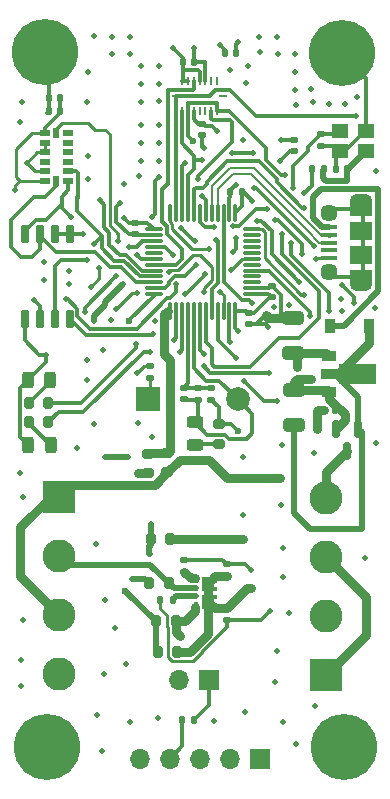
<source format=gbr>
%TF.GenerationSoftware,KiCad,Pcbnew,(6.0.4)*%
%TF.CreationDate,2022-05-08T20:42:15-04:00*%
%TF.ProjectId,STM32_Altimeter_R2,53544d33-325f-4416-9c74-696d65746572,0.1*%
%TF.SameCoordinates,Original*%
%TF.FileFunction,Copper,L4,Bot*%
%TF.FilePolarity,Positive*%
%FSLAX46Y46*%
G04 Gerber Fmt 4.6, Leading zero omitted, Abs format (unit mm)*
G04 Created by KiCad (PCBNEW (6.0.4)) date 2022-05-08 20:42:15*
%MOMM*%
%LPD*%
G01*
G04 APERTURE LIST*
G04 Aperture macros list*
%AMRoundRect*
0 Rectangle with rounded corners*
0 $1 Rounding radius*
0 $2 $3 $4 $5 $6 $7 $8 $9 X,Y pos of 4 corners*
0 Add a 4 corners polygon primitive as box body*
4,1,4,$2,$3,$4,$5,$6,$7,$8,$9,$2,$3,0*
0 Add four circle primitives for the rounded corners*
1,1,$1+$1,$2,$3*
1,1,$1+$1,$4,$5*
1,1,$1+$1,$6,$7*
1,1,$1+$1,$8,$9*
0 Add four rect primitives between the rounded corners*
20,1,$1+$1,$2,$3,$4,$5,0*
20,1,$1+$1,$4,$5,$6,$7,0*
20,1,$1+$1,$6,$7,$8,$9,0*
20,1,$1+$1,$8,$9,$2,$3,0*%
%AMFreePoly0*
4,1,25,0.528536,0.591036,0.530000,0.587500,0.530000,0.367500,0.725000,0.367500,0.728536,0.366036,0.730000,0.362500,0.730000,0.062500,0.728536,0.058964,0.725000,0.057500,0.530000,0.057500,0.530000,-0.282500,0.725000,-0.282500,0.728536,-0.283964,0.730000,-0.287500,0.730000,-0.587500,0.728536,-0.591036,0.725000,-0.592500,-0.525000,-0.592500,-0.528536,-0.591036,-0.530000,-0.587500,
-0.530000,0.587500,-0.528536,0.591036,-0.525000,0.592500,0.525000,0.592500,0.528536,0.591036,0.528536,0.591036,$1*%
%AMFreePoly1*
4,1,25,0.728536,0.591036,0.730000,0.587500,0.730000,0.287500,0.728536,0.283964,0.725000,0.282500,0.530000,0.282500,0.530000,-0.057500,0.725000,-0.057500,0.728536,-0.058964,0.730000,-0.062500,0.730000,-0.362500,0.728536,-0.366036,0.725000,-0.367500,0.530000,-0.367500,0.530000,-0.587500,0.528536,-0.591036,0.525000,-0.592500,-0.525000,-0.592500,-0.528536,-0.591036,-0.530000,-0.587500,
-0.530000,0.587500,-0.528536,0.591036,-0.525000,0.592500,0.725000,0.592500,0.728536,0.591036,0.728536,0.591036,$1*%
%AMFreePoly2*
4,1,9,3.862500,-0.866500,0.737500,-0.866500,0.737500,-0.450000,-0.737500,-0.450000,-0.737500,0.450000,0.737500,0.450000,0.737500,0.866500,3.862500,0.866500,3.862500,-0.866500,3.862500,-0.866500,$1*%
G04 Aperture macros list end*
%TA.AperFunction,ComponentPad*%
%ADD10R,1.700000X1.700000*%
%TD*%
%TA.AperFunction,ComponentPad*%
%ADD11O,1.700000X1.700000*%
%TD*%
%TA.AperFunction,ComponentPad*%
%ADD12R,2.800000X2.800000*%
%TD*%
%TA.AperFunction,ComponentPad*%
%ADD13C,2.800000*%
%TD*%
%TA.AperFunction,ComponentPad*%
%ADD14R,2.000000X2.000000*%
%TD*%
%TA.AperFunction,ComponentPad*%
%ADD15C,2.000000*%
%TD*%
%TA.AperFunction,SMDPad,CuDef*%
%ADD16RoundRect,0.135000X0.135000X0.185000X-0.135000X0.185000X-0.135000X-0.185000X0.135000X-0.185000X0*%
%TD*%
%TA.AperFunction,SMDPad,CuDef*%
%ADD17RoundRect,0.147500X0.172500X-0.147500X0.172500X0.147500X-0.172500X0.147500X-0.172500X-0.147500X0*%
%TD*%
%TA.AperFunction,SMDPad,CuDef*%
%ADD18RoundRect,0.243750X-0.456250X0.243750X-0.456250X-0.243750X0.456250X-0.243750X0.456250X0.243750X0*%
%TD*%
%TA.AperFunction,SMDPad,CuDef*%
%ADD19RoundRect,0.135000X-0.135000X-0.185000X0.135000X-0.185000X0.135000X0.185000X-0.135000X0.185000X0*%
%TD*%
%TA.AperFunction,SMDPad,CuDef*%
%ADD20RoundRect,0.243750X-0.243750X-0.456250X0.243750X-0.456250X0.243750X0.456250X-0.243750X0.456250X0*%
%TD*%
%TA.AperFunction,SMDPad,CuDef*%
%ADD21RoundRect,0.135000X-0.185000X0.135000X-0.185000X-0.135000X0.185000X-0.135000X0.185000X0.135000X0*%
%TD*%
%TA.AperFunction,SMDPad,CuDef*%
%ADD22R,0.350000X0.300000*%
%TD*%
%TA.AperFunction,SMDPad,CuDef*%
%ADD23FreePoly0,0.000000*%
%TD*%
%TA.AperFunction,SMDPad,CuDef*%
%ADD24FreePoly1,0.000000*%
%TD*%
%TA.AperFunction,SMDPad,CuDef*%
%ADD25RoundRect,0.075000X0.075000X-0.662500X0.075000X0.662500X-0.075000X0.662500X-0.075000X-0.662500X0*%
%TD*%
%TA.AperFunction,SMDPad,CuDef*%
%ADD26RoundRect,0.075000X0.662500X-0.075000X0.662500X0.075000X-0.662500X0.075000X-0.662500X-0.075000X0*%
%TD*%
%TA.AperFunction,ComponentPad*%
%ADD27C,5.600000*%
%TD*%
%TA.AperFunction,SMDPad,CuDef*%
%ADD28RoundRect,0.140000X0.140000X0.170000X-0.140000X0.170000X-0.140000X-0.170000X0.140000X-0.170000X0*%
%TD*%
%TA.AperFunction,SMDPad,CuDef*%
%ADD29RoundRect,0.135000X0.185000X-0.135000X0.185000X0.135000X-0.185000X0.135000X-0.185000X-0.135000X0*%
%TD*%
%TA.AperFunction,SMDPad,CuDef*%
%ADD30R,1.400000X1.200000*%
%TD*%
%TA.AperFunction,SMDPad,CuDef*%
%ADD31RoundRect,0.200000X0.275000X-0.200000X0.275000X0.200000X-0.275000X0.200000X-0.275000X-0.200000X0*%
%TD*%
%TA.AperFunction,SMDPad,CuDef*%
%ADD32RoundRect,0.200000X0.200000X0.275000X-0.200000X0.275000X-0.200000X-0.275000X0.200000X-0.275000X0*%
%TD*%
%TA.AperFunction,SMDPad,CuDef*%
%ADD33R,1.300000X0.900000*%
%TD*%
%TA.AperFunction,SMDPad,CuDef*%
%ADD34FreePoly2,0.000000*%
%TD*%
%TA.AperFunction,SMDPad,CuDef*%
%ADD35RoundRect,0.200000X-0.200000X-0.275000X0.200000X-0.275000X0.200000X0.275000X-0.200000X0.275000X0*%
%TD*%
%TA.AperFunction,SMDPad,CuDef*%
%ADD36RoundRect,0.140000X0.170000X-0.140000X0.170000X0.140000X-0.170000X0.140000X-0.170000X-0.140000X0*%
%TD*%
%TA.AperFunction,SMDPad,CuDef*%
%ADD37RoundRect,0.140000X-0.170000X0.140000X-0.170000X-0.140000X0.170000X-0.140000X0.170000X0.140000X0*%
%TD*%
%TA.AperFunction,SMDPad,CuDef*%
%ADD38R,0.900000X1.200000*%
%TD*%
%TA.AperFunction,SMDPad,CuDef*%
%ADD39RoundRect,0.150000X0.150000X-0.650000X0.150000X0.650000X-0.150000X0.650000X-0.150000X-0.650000X0*%
%TD*%
%TA.AperFunction,SMDPad,CuDef*%
%ADD40RoundRect,0.250000X0.650000X-0.325000X0.650000X0.325000X-0.650000X0.325000X-0.650000X-0.325000X0*%
%TD*%
%TA.AperFunction,SMDPad,CuDef*%
%ADD41R,0.920000X0.610000*%
%TD*%
%TA.AperFunction,SMDPad,CuDef*%
%ADD42R,0.610000X0.920000*%
%TD*%
%TA.AperFunction,SMDPad,CuDef*%
%ADD43R,0.250000X0.675000*%
%TD*%
%TA.AperFunction,SMDPad,CuDef*%
%ADD44R,0.675000X0.250000*%
%TD*%
%TA.AperFunction,SMDPad,CuDef*%
%ADD45RoundRect,0.140000X-0.140000X-0.170000X0.140000X-0.170000X0.140000X0.170000X-0.140000X0.170000X0*%
%TD*%
%TA.AperFunction,SMDPad,CuDef*%
%ADD46R,1.350000X0.400000*%
%TD*%
%TA.AperFunction,ComponentPad*%
%ADD47C,1.450000*%
%TD*%
%TA.AperFunction,SMDPad,CuDef*%
%ADD48R,1.900000X1.200000*%
%TD*%
%TA.AperFunction,ComponentPad*%
%ADD49O,1.900000X1.200000*%
%TD*%
%TA.AperFunction,SMDPad,CuDef*%
%ADD50R,1.900000X1.500000*%
%TD*%
%TA.AperFunction,SMDPad,CuDef*%
%ADD51RoundRect,0.200000X-0.275000X0.200000X-0.275000X-0.200000X0.275000X-0.200000X0.275000X0.200000X0*%
%TD*%
%TA.AperFunction,SMDPad,CuDef*%
%ADD52RoundRect,0.150000X-0.150000X0.587500X-0.150000X-0.587500X0.150000X-0.587500X0.150000X0.587500X0*%
%TD*%
%TA.AperFunction,ViaPad*%
%ADD53C,0.500000*%
%TD*%
%TA.AperFunction,ViaPad*%
%ADD54C,0.600000*%
%TD*%
%TA.AperFunction,Conductor*%
%ADD55C,0.750000*%
%TD*%
%TA.AperFunction,Conductor*%
%ADD56C,0.300000*%
%TD*%
%TA.AperFunction,Conductor*%
%ADD57C,0.250000*%
%TD*%
%TA.AperFunction,Conductor*%
%ADD58C,0.500000*%
%TD*%
%TA.AperFunction,Conductor*%
%ADD59C,0.200000*%
%TD*%
G04 APERTURE END LIST*
D10*
%TO.P,J3,1,Pin_1*%
%TO.N,SWCLK*%
X53015593Y-104128255D03*
D11*
%TO.P,J3,2,Pin_2*%
%TO.N,SWDIO*%
X50475593Y-104128255D03*
%TO.P,J3,3,Pin_3*%
%TO.N,NRST*%
X47935593Y-104128255D03*
%TO.P,J3,4,Pin_4*%
%TO.N,GND*%
X45395593Y-104128255D03*
%TO.P,J3,5,Pin_5*%
%TO.N,+3V3*%
X42855593Y-104128255D03*
%TD*%
D12*
%TO.P,J1,1,Pin_1*%
%TO.N,+7.5V*%
X36015663Y-81952338D03*
D13*
%TO.P,J1,2,Pin_2*%
%TO.N,Pyro_Main*%
X36015663Y-86952338D03*
%TO.P,J1,3,Pin_3*%
%TO.N,+7.5V*%
X36015663Y-91952338D03*
%TO.P,J1,4,Pin_4*%
%TO.N,Pyro_Dr*%
X36015663Y-96952338D03*
%TD*%
D10*
%TO.P,J5,1,Pin_1*%
%TO.N,Net-(J5-Pad1)*%
X48723500Y-97490054D03*
D11*
%TO.P,J5,2,Pin_2*%
%TO.N,+3V3*%
X46183500Y-97490054D03*
%TD*%
D14*
%TO.P,BZ1,1,-*%
%TO.N,Net-(BZ1-Pad1)*%
X43550000Y-73710000D03*
D15*
%TO.P,BZ1,2,+*%
%TO.N,GND*%
X51150000Y-73710000D03*
%TD*%
D12*
%TO.P,J2,1,Pin_1*%
%TO.N,Batt_IN*%
X58640194Y-97032033D03*
D13*
%TO.P,J2,2,Pin_2*%
%TO.N,GND*%
X58640194Y-92032033D03*
%TO.P,J2,3,Pin_3*%
%TO.N,Batt_IN*%
X58640194Y-87032033D03*
%TO.P,J2,4,Pin_4*%
%TO.N,+7.5V*%
X58640194Y-82032033D03*
%TD*%
D16*
%TO.P,R16,1*%
%TO.N,Net-(Q2-Pad2)*%
X45637609Y-90710775D03*
%TO.P,R16,2*%
%TO.N,Fire_Dr*%
X44617609Y-90710775D03*
%TD*%
D17*
%TO.P,L1,1*%
%TO.N,+3V3*%
X48930000Y-73755000D03*
%TO.P,L1,2*%
%TO.N,+3.3VA*%
X48930000Y-72785000D03*
%TD*%
D18*
%TO.P,D3,1,K*%
%TO.N,GND*%
X47510000Y-75662500D03*
%TO.P,D3,2,A*%
%TO.N,Net-(D3-Pad2)*%
X47510000Y-77537500D03*
%TD*%
D19*
%TO.P,R1,1*%
%TO.N,GND*%
X46443130Y-100894263D03*
%TO.P,R1,2*%
%TO.N,Net-(J5-Pad1)*%
X47463130Y-100894263D03*
%TD*%
D20*
%TO.P,D2,1,K*%
%TO.N,GND*%
X33362500Y-72110000D03*
%TO.P,D2,2,A*%
%TO.N,Net-(D2-Pad2)*%
X35237500Y-72110000D03*
%TD*%
D21*
%TO.P,R17,1*%
%TO.N,GND*%
X50272392Y-91410877D03*
%TO.P,R17,2*%
%TO.N,Fire_Dr*%
X50272392Y-92430877D03*
%TD*%
D22*
%TO.P,Q2,1*%
%TO.N,Pyro_Dr*%
X47649242Y-91052273D03*
%TO.P,Q2,2*%
%TO.N,Net-(Q2-Pad2)*%
X47649242Y-90402273D03*
%TO.P,Q2,3*%
%TO.N,Pyro_Main*%
X47649242Y-89752273D03*
%TO.P,Q2,4*%
%TO.N,Net-(Q2-Pad4)*%
X47649242Y-89102273D03*
D23*
%TO.P,Q2,5_6*%
%TO.N,GND*%
X48649242Y-89314773D03*
D24*
%TO.P,Q2,7_8*%
X48649242Y-90839773D03*
%TD*%
D25*
%TO.P,U1,1,VLCD*%
%TO.N,+3V3*%
X50960000Y-66222500D03*
%TO.P,U1,2,PC13*%
%TO.N,CS_Flash*%
X50460000Y-66222500D03*
%TO.P,U1,3,PC14*%
%TO.N,CS_ADXL*%
X49960000Y-66222500D03*
%TO.P,U1,4,PC15*%
%TO.N,CS_Baro*%
X49460000Y-66222500D03*
%TO.P,U1,5,PH0*%
%TO.N,HSE_IN*%
X48960000Y-66222500D03*
%TO.P,U1,6,PH1*%
%TO.N,HSE_Out*%
X48460000Y-66222500D03*
%TO.P,U1,7,NRST*%
%TO.N,NRST*%
X47960000Y-66222500D03*
%TO.P,U1,8,VSSA*%
%TO.N,GND*%
X47460000Y-66222500D03*
%TO.P,U1,9,VDDA*%
%TO.N,+3.3VA*%
X46960000Y-66222500D03*
%TO.P,U1,10,PA0*%
%TO.N,Net-(R2-Pad2)*%
X46460000Y-66222500D03*
%TO.P,U1,11,PA1*%
%TO.N,Net-(R3-Pad2)*%
X45960000Y-66222500D03*
%TO.P,U1,12,PA2*%
%TO.N,V_Batt*%
X45460000Y-66222500D03*
D26*
%TO.P,U1,13,PA3*%
%TO.N,Cont_Dr*%
X44047500Y-64810000D03*
%TO.P,U1,14,PA4*%
%TO.N,CS_Acc*%
X44047500Y-64310000D03*
%TO.P,U1,15,PA5*%
%TO.N,SPI1_SCK*%
X44047500Y-63810000D03*
%TO.P,U1,16,PA6*%
%TO.N,SPI1_MISO*%
X44047500Y-63310000D03*
%TO.P,U1,17,PA7*%
%TO.N,SPI1_MOSI*%
X44047500Y-62810000D03*
%TO.P,U1,18,PB0*%
%TO.N,CS_Gyro*%
X44047500Y-62310000D03*
%TO.P,U1,19,PB1*%
%TO.N,Cont_Main*%
X44047500Y-61810000D03*
%TO.P,U1,20,PB2*%
%TO.N,unconnected-(U1-Pad20)*%
X44047500Y-61310000D03*
%TO.P,U1,21,PB10*%
%TO.N,USART3_TX*%
X44047500Y-60810000D03*
%TO.P,U1,22,PB11*%
%TO.N,USART3_RX*%
X44047500Y-60310000D03*
%TO.P,U1,23,VSS*%
%TO.N,GND*%
X44047500Y-59810000D03*
%TO.P,U1,24,VDD*%
%TO.N,+3V3*%
X44047500Y-59310000D03*
D25*
%TO.P,U1,25,PB12*%
%TO.N,Fire_Main*%
X45460000Y-57897500D03*
%TO.P,U1,26,PB13*%
%TO.N,SPI2_SCK*%
X45960000Y-57897500D03*
%TO.P,U1,27,PB14*%
%TO.N,SPI2_MISO*%
X46460000Y-57897500D03*
%TO.P,U1,28,PB15*%
%TO.N,SPI2_MOSI*%
X46960000Y-57897500D03*
%TO.P,U1,29,PA8*%
%TO.N,Fire_Dr*%
X47460000Y-57897500D03*
%TO.P,U1,30,PA9*%
%TO.N,USART1_TX*%
X47960000Y-57897500D03*
%TO.P,U1,31,PA10*%
%TO.N,USART1_RX*%
X48460000Y-57897500D03*
%TO.P,U1,32,PA11*%
%TO.N,USB_D-*%
X48960000Y-57897500D03*
%TO.P,U1,33,PA12*%
%TO.N,USB_D+*%
X49460000Y-57897500D03*
%TO.P,U1,34,PA13*%
%TO.N,SWDIO*%
X49960000Y-57897500D03*
%TO.P,U1,35,VSS*%
%TO.N,GND*%
X50460000Y-57897500D03*
%TO.P,U1,36,VDD*%
%TO.N,+3V3*%
X50960000Y-57897500D03*
D26*
%TO.P,U1,37,PA14*%
%TO.N,SWCLK*%
X52372500Y-59310000D03*
%TO.P,U1,38,PA15*%
%TO.N,unconnected-(U1-Pad38)*%
X52372500Y-59810000D03*
%TO.P,U1,39,PB3*%
%TO.N,unconnected-(U1-Pad39)*%
X52372500Y-60310000D03*
%TO.P,U1,40,PB4*%
%TO.N,unconnected-(U1-Pad40)*%
X52372500Y-60810000D03*
%TO.P,U1,41,PB5*%
%TO.N,unconnected-(U1-Pad41)*%
X52372500Y-61310000D03*
%TO.P,U1,42,PB6*%
%TO.N,Beeper*%
X52372500Y-61810000D03*
%TO.P,U1,43,PB7*%
%TO.N,unconnected-(U1-Pad43)*%
X52372500Y-62310000D03*
%TO.P,U1,44,BOOT0*%
%TO.N,Net-(J5-Pad1)*%
X52372500Y-62810000D03*
%TO.P,U1,45,PB8*%
%TO.N,unconnected-(U1-Pad45)*%
X52372500Y-63310000D03*
%TO.P,U1,46,PB9*%
%TO.N,unconnected-(U1-Pad46)*%
X52372500Y-63810000D03*
%TO.P,U1,47,VSS*%
%TO.N,GND*%
X52372500Y-64310000D03*
%TO.P,U1,48,VDD*%
%TO.N,+3V3*%
X52372500Y-64810000D03*
%TD*%
D27*
%TO.P,H4,1,1*%
%TO.N,GND*%
X59964242Y-44422692D03*
%TD*%
D28*
%TO.P,C11,1*%
%TO.N,+3V3*%
X47463930Y-45115219D03*
%TO.P,C11,2*%
%TO.N,GND*%
X46503930Y-45115219D03*
%TD*%
D29*
%TO.P,R12,1*%
%TO.N,Net-(Q2-Pad4)*%
X46600000Y-88310000D03*
%TO.P,R12,2*%
%TO.N,Fire_Main*%
X46600000Y-87290000D03*
%TD*%
D30*
%TO.P,Y1,1,1*%
%TO.N,HSE_IN*%
X59850536Y-51024328D03*
%TO.P,Y1,2,2*%
%TO.N,GND*%
X62050536Y-51024328D03*
%TO.P,Y1,3,3*%
%TO.N,Net-(C10-Pad1)*%
X62050536Y-52724328D03*
%TO.P,Y1,4,4*%
%TO.N,GND*%
X59850536Y-52724328D03*
%TD*%
D28*
%TO.P,C10,1*%
%TO.N,Net-(C10-Pad1)*%
X60439933Y-54249769D03*
%TO.P,C10,2*%
%TO.N,GND*%
X59479933Y-54249769D03*
%TD*%
D31*
%TO.P,R7,1*%
%TO.N,Net-(D3-Pad2)*%
X49540000Y-77465000D03*
%TO.P,R7,2*%
%TO.N,+3V3*%
X49540000Y-75815000D03*
%TD*%
D32*
%TO.P,R11,1*%
%TO.N,Pyro_Main*%
X45296604Y-89245903D03*
%TO.P,R11,2*%
%TO.N,Cont_Main*%
X43646604Y-89245903D03*
%TD*%
D29*
%TO.P,R4,1*%
%TO.N,Net-(BZ1-Pad1)*%
X43769846Y-71910860D03*
%TO.P,R4,2*%
%TO.N,Beeper*%
X43769846Y-70890860D03*
%TD*%
D33*
%TO.P,U2,1,GND*%
%TO.N,GND*%
X58914503Y-73064412D03*
D34*
%TO.P,U2,2,VIN*%
%TO.N,Net-(C7-Pad1)*%
X59002003Y-71564412D03*
D33*
%TO.P,U2,3,VOUT*%
%TO.N,+3V3*%
X58914503Y-70064412D03*
%TD*%
D35*
%TO.P,R3,1*%
%TO.N,Net-(D2-Pad2)*%
X33465000Y-74040000D03*
%TO.P,R3,2*%
%TO.N,Net-(R3-Pad2)*%
X35115000Y-74040000D03*
%TD*%
D36*
%TO.P,C1,1*%
%TO.N,+3V3*%
X54027552Y-65075802D03*
%TO.P,C1,2*%
%TO.N,GND*%
X54027552Y-64115802D03*
%TD*%
D37*
%TO.P,C3,1*%
%TO.N,+3V3*%
X42480000Y-58760000D03*
%TO.P,C3,2*%
%TO.N,GND*%
X42480000Y-59720000D03*
%TD*%
%TO.P,C9,1*%
%TO.N,HSE_IN*%
X58220000Y-51270000D03*
%TO.P,C9,2*%
%TO.N,GND*%
X58220000Y-52230000D03*
%TD*%
D38*
%TO.P,D4,1,K*%
%TO.N,Net-(C7-Pad1)*%
X62289247Y-67467548D03*
%TO.P,D4,2,A*%
%TO.N,V_USB*%
X58989247Y-67467548D03*
%TD*%
D31*
%TO.P,R9,1*%
%TO.N,GND*%
X43537244Y-79977496D03*
%TO.P,R9,2*%
%TO.N,V_Batt*%
X43537244Y-78327496D03*
%TD*%
D27*
%TO.P,H3,1,1*%
%TO.N,GND*%
X60131487Y-103112347D03*
%TD*%
D28*
%TO.P,C13,1*%
%TO.N,+3V3*%
X36140132Y-48184096D03*
%TO.P,C13,2*%
%TO.N,GND*%
X35180132Y-48184096D03*
%TD*%
%TO.P,C14,1*%
%TO.N,+3V3*%
X36104925Y-49267990D03*
%TO.P,C14,2*%
%TO.N,GND*%
X35144925Y-49267990D03*
%TD*%
D39*
%TO.P,U4,1,~{CS}*%
%TO.N,CS_Flash*%
X36922847Y-66883294D03*
%TO.P,U4,2,DO(IO1)*%
%TO.N,SPI1_MISO*%
X35652847Y-66883294D03*
%TO.P,U4,3,IO2*%
%TO.N,+3V3*%
X34382847Y-66883294D03*
%TO.P,U4,4,GND*%
%TO.N,GND*%
X33112847Y-66883294D03*
%TO.P,U4,5,DI(IO0)*%
%TO.N,SPI1_MOSI*%
X33112847Y-59683294D03*
%TO.P,U4,6,CLK*%
%TO.N,SPI1_SCK*%
X34382847Y-59683294D03*
%TO.P,U4,7,IO3*%
%TO.N,+3V3*%
X35652847Y-59683294D03*
%TO.P,U4,8,VCC*%
X36922847Y-59683294D03*
%TD*%
D40*
%TO.P,C8,1*%
%TO.N,+3V3*%
X55870000Y-69763531D03*
%TO.P,C8,2*%
%TO.N,GND*%
X55870000Y-66813531D03*
%TD*%
D37*
%TO.P,C4,1*%
%TO.N,+3V3*%
X52070000Y-66410000D03*
%TO.P,C4,2*%
%TO.N,GND*%
X52070000Y-67370000D03*
%TD*%
D35*
%TO.P,R2,1*%
%TO.N,Net-(D1-Pad2)*%
X33475000Y-75670000D03*
%TO.P,R2,2*%
%TO.N,Net-(R2-Pad2)*%
X35125000Y-75670000D03*
%TD*%
D27*
%TO.P,H1,1,1*%
%TO.N,GND*%
X35044552Y-103139760D03*
%TD*%
D41*
%TO.P,IC2,1,VDD_IO*%
%TO.N,+3V3*%
X34802500Y-55200000D03*
%TO.P,IC2,2,GND*%
%TO.N,GND*%
X34802500Y-54400000D03*
%TO.P,IC2,3,NC*%
%TO.N,unconnected-(IC2-Pad3)*%
X34802500Y-53600000D03*
%TO.P,IC2,4,GND*%
%TO.N,GND*%
X34802500Y-52800000D03*
%TO.P,IC2,5,GND*%
X34802500Y-52000000D03*
%TO.P,IC2,6,Vs*%
%TO.N,+3V3*%
X34802500Y-51200000D03*
D42*
%TO.P,IC2,7,CS*%
%TO.N,CS_ADXL*%
X35812500Y-51190000D03*
D41*
%TO.P,IC2,8,INT1*%
%TO.N,unconnected-(IC2-Pad8)*%
X36822500Y-51200000D03*
%TO.P,IC2,9,INT2*%
%TO.N,unconnected-(IC2-Pad9)*%
X36822500Y-52000000D03*
%TO.P,IC2,10,NC*%
%TO.N,unconnected-(IC2-Pad10)*%
X36822500Y-52800000D03*
%TO.P,IC2,11,NC*%
%TO.N,unconnected-(IC2-Pad11)*%
X36822500Y-53600000D03*
%TO.P,IC2,12,SDO*%
%TO.N,SPI1_MISO*%
X36822500Y-54400000D03*
%TO.P,IC2,13,SDI*%
%TO.N,SPI1_MOSI*%
X36822500Y-55200000D03*
D42*
%TO.P,IC2,14,SCLK*%
%TO.N,SPI1_SCK*%
X35812500Y-55210000D03*
%TD*%
D37*
%TO.P,C17,1*%
%TO.N,+3V3*%
X55936515Y-51731044D03*
%TO.P,C17,2*%
%TO.N,GND*%
X55936515Y-52691044D03*
%TD*%
D16*
%TO.P,R6,1*%
%TO.N,Net-(C10-Pad1)*%
X58430000Y-54220000D03*
%TO.P,R6,2*%
%TO.N,HSE_Out*%
X57410000Y-54220000D03*
%TD*%
D32*
%TO.P,R15,1*%
%TO.N,GND*%
X46025000Y-95100000D03*
%TO.P,R15,2*%
%TO.N,Cont_Dr*%
X44375000Y-95100000D03*
%TD*%
D37*
%TO.P,C12,1*%
%TO.N,+3V3*%
X48129461Y-50367885D03*
%TO.P,C12,2*%
%TO.N,GND*%
X48129461Y-51327885D03*
%TD*%
D20*
%TO.P,D1,1,K*%
%TO.N,GND*%
X33432500Y-77600000D03*
%TO.P,D1,2,A*%
%TO.N,Net-(D1-Pad2)*%
X35307500Y-77600000D03*
%TD*%
D28*
%TO.P,C2,1*%
%TO.N,+3V3*%
X51486069Y-56200000D03*
%TO.P,C2,2*%
%TO.N,GND*%
X50526069Y-56200000D03*
%TD*%
D40*
%TO.P,C7,1*%
%TO.N,Net-(C7-Pad1)*%
X55930000Y-75905000D03*
%TO.P,C7,2*%
%TO.N,GND*%
X55930000Y-72955000D03*
%TD*%
D37*
%TO.P,C5,1*%
%TO.N,+3.3VA*%
X46580000Y-72740000D03*
%TO.P,C5,2*%
%TO.N,GND*%
X46580000Y-73700000D03*
%TD*%
D43*
%TO.P,IC1,1,INT2*%
%TO.N,unconnected-(IC1-Pad1)*%
X49423756Y-46773628D03*
%TO.P,IC1,2*%
%TO.N,N/C*%
X48923756Y-46773628D03*
%TO.P,IC1,3,VDD*%
%TO.N,+3V3*%
X48423756Y-46773628D03*
%TO.P,IC1,4,GNDA*%
%TO.N,GND*%
X47923756Y-46773628D03*
%TO.P,IC1,5,CSB2*%
%TO.N,CS_Gyro*%
X47423756Y-46773628D03*
%TO.P,IC1,6,GNDIO*%
%TO.N,GND*%
X46923756Y-46773628D03*
%TO.P,IC1,7,PS*%
X46423756Y-46773628D03*
D44*
%TO.P,IC1,8,SCX*%
%TO.N,SPI2_SCK*%
X45913166Y-48038380D03*
D43*
%TO.P,IC1,9,SDX*%
%TO.N,SPI2_MOSI*%
X46425216Y-49300448D03*
%TO.P,IC1,10,SDO2*%
%TO.N,SPI2_MISO*%
X46925215Y-49300448D03*
%TO.P,IC1,11,VDDIO*%
%TO.N,+3V3*%
X47425215Y-49300448D03*
%TO.P,IC1,12,INT3*%
%TO.N,unconnected-(IC1-Pad12)*%
X47925215Y-49300448D03*
%TO.P,IC1,13,INT4*%
%TO.N,unconnected-(IC1-Pad13)*%
X48425215Y-49300448D03*
%TO.P,IC1,14,CSB1*%
%TO.N,CS_Acc*%
X48925216Y-49300448D03*
%TO.P,IC1,15,SDO1*%
%TO.N,SPI2_MISO*%
X49425216Y-49300448D03*
D44*
%TO.P,IC1,16,INT1*%
%TO.N,unconnected-(IC1-Pad16)*%
X49937636Y-48038480D03*
%TD*%
D35*
%TO.P,R10,1*%
%TO.N,Cont_Main*%
X43775000Y-85500000D03*
%TO.P,R10,2*%
%TO.N,GND*%
X45425000Y-85500000D03*
%TD*%
%TO.P,R14,1*%
%TO.N,Cont_Dr*%
X44275000Y-92500000D03*
%TO.P,R14,2*%
%TO.N,Pyro_Dr*%
X45925000Y-92500000D03*
%TD*%
D37*
%TO.P,C6,1*%
%TO.N,+3.3VA*%
X47760000Y-72790000D03*
%TO.P,C6,2*%
%TO.N,GND*%
X47760000Y-73750000D03*
%TD*%
D45*
%TO.P,C15,1*%
%TO.N,+3V3*%
X58438981Y-74610715D03*
%TO.P,C15,2*%
%TO.N,GND*%
X59398981Y-74610715D03*
%TD*%
D46*
%TO.P,J4,1,VBUS*%
%TO.N,V_USB*%
X58867500Y-59160000D03*
%TO.P,J4,2,D-*%
%TO.N,USB_D-*%
X58867500Y-59810000D03*
%TO.P,J4,3,D+*%
%TO.N,USB_D+*%
X58867500Y-60460000D03*
%TO.P,J4,4,ID*%
%TO.N,unconnected-(J4-Pad4)*%
X58867500Y-61110000D03*
%TO.P,J4,5,GND*%
%TO.N,GND*%
X58867500Y-61760000D03*
D47*
%TO.P,J4,6,Shield*%
%TO.N,unconnected-(J4-Pad6)*%
X58867500Y-57960000D03*
D48*
X61567500Y-63360000D03*
D49*
X61567500Y-56960000D03*
D50*
X61567500Y-59460000D03*
X61567500Y-61460000D03*
D48*
X61567500Y-57560000D03*
D47*
X58867500Y-62960000D03*
D49*
X61567500Y-63960000D03*
%TD*%
D21*
%TO.P,R13,1*%
%TO.N,Fire_Main*%
X50249159Y-87690000D03*
%TO.P,R13,2*%
%TO.N,GND*%
X50249159Y-88710000D03*
%TD*%
D51*
%TO.P,R8,1*%
%TO.N,V_Batt*%
X45210000Y-78255000D03*
%TO.P,R8,2*%
%TO.N,+7.5V*%
X45210000Y-79905000D03*
%TD*%
D52*
%TO.P,Q1,1,G*%
%TO.N,GND*%
X59482762Y-76196182D03*
%TO.P,Q1,2,S*%
%TO.N,Net-(C7-Pad1)*%
X61382762Y-76196182D03*
%TO.P,Q1,3,D*%
%TO.N,+7.5V*%
X60432762Y-78071182D03*
%TD*%
D45*
%TO.P,C16,1*%
%TO.N,+3V3*%
X50090000Y-44360000D03*
%TO.P,C16,2*%
%TO.N,GND*%
X51050000Y-44360000D03*
%TD*%
D27*
%TO.P,H2,1,1*%
%TO.N,GND*%
X34846669Y-44287519D03*
%TD*%
D53*
%TO.N,GND*%
X38400000Y-70400000D03*
X54594295Y-44500000D03*
X38983400Y-75789287D03*
X52269627Y-89712142D03*
X58850822Y-48714258D03*
X32733729Y-79936252D03*
X40426548Y-67018895D03*
X54342624Y-97615531D03*
X44509962Y-48488044D03*
X51628153Y-51759633D03*
X44500000Y-50500000D03*
X51597605Y-83537835D03*
X56000000Y-47500000D03*
X49600000Y-85500000D03*
X33013747Y-82012686D03*
X38500000Y-46000000D03*
X41706288Y-96094514D03*
X56000000Y-44500000D03*
X42000000Y-43000000D03*
X57627915Y-78285349D03*
X38500000Y-55100000D03*
X56099159Y-48825812D03*
X41500000Y-55500000D03*
X61267823Y-48106909D03*
X42695211Y-75747003D03*
X32907263Y-48513349D03*
X34940000Y-69940000D03*
X60214258Y-48701863D03*
X32724902Y-50203221D03*
X49189876Y-100949964D03*
X54860557Y-82617515D03*
X53758063Y-67618062D03*
X51625494Y-85517917D03*
X42000000Y-101000000D03*
X55027888Y-88752980D03*
X43000000Y-48500000D03*
X40500000Y-44500000D03*
X39828464Y-96931169D03*
X44500000Y-53500000D03*
X41180000Y-57120000D03*
X44500000Y-47000000D03*
X44491370Y-51983400D03*
X43000000Y-50500000D03*
X32943109Y-92400840D03*
X39233510Y-100463709D03*
X51563747Y-78628812D03*
X32819160Y-95759853D03*
X42818062Y-54772248D03*
X57665411Y-99640475D03*
X57400621Y-47462376D03*
X57760000Y-61810000D03*
X36856744Y-63972997D03*
X54500000Y-43000000D03*
X54482066Y-95021902D03*
X34719342Y-63619743D03*
X39200000Y-86000000D03*
X39747677Y-69523236D03*
X50990000Y-55560000D03*
X54888446Y-77569701D03*
X43000000Y-53500000D03*
X40500000Y-43000000D03*
X55008473Y-86263912D03*
X61900611Y-87122745D03*
X62845328Y-77447986D03*
X34749614Y-62051791D03*
X39656824Y-103513582D03*
X52000000Y-45500000D03*
X38987531Y-42984059D03*
X56099598Y-102914341D03*
X51879816Y-46962815D03*
X43000000Y-52000000D03*
X51170000Y-43500000D03*
X38400000Y-72100000D03*
X45670000Y-43950000D03*
X43000000Y-47000000D03*
X44500000Y-45500000D03*
X43000000Y-45500000D03*
X38426699Y-48513349D03*
X54720000Y-53520000D03*
X57500000Y-48500000D03*
X33300000Y-53700000D03*
X51323276Y-90357888D03*
X42700000Y-79960269D03*
X57360000Y-72010000D03*
X51766376Y-100198485D03*
X42000000Y-44500000D03*
X38500000Y-53100000D03*
X48260000Y-52470000D03*
X39900000Y-90700000D03*
X56000000Y-46000000D03*
X52976763Y-43000000D03*
X55501992Y-91792825D03*
X44383582Y-100686817D03*
X32837752Y-97953746D03*
X50500000Y-45847276D03*
X43920933Y-76924098D03*
X37587036Y-77847344D03*
X40800000Y-93100000D03*
X36869139Y-62882247D03*
X53029410Y-44308105D03*
X55000000Y-101000000D03*
D54*
%TO.N,+7.5V*%
X54760000Y-80340000D03*
D53*
%TO.N,Pyro_Dr*%
X46258737Y-93783520D03*
%TO.N,+3V3*%
X49660000Y-43680000D03*
D54*
X57877895Y-76200423D03*
D53*
X33920000Y-65310000D03*
X32300000Y-56000000D03*
X38090000Y-59690000D03*
X54790000Y-51760000D03*
D54*
X56170847Y-71000847D03*
D53*
X52395218Y-56940000D03*
X47430000Y-43970000D03*
X41570000Y-58370000D03*
X49380000Y-50960000D03*
D54*
X51160000Y-76380000D03*
D53*
X51200000Y-67890000D03*
%TO.N,Net-(R3-Pad2)*%
X45800000Y-68700000D03*
X42516061Y-68989035D03*
%TO.N,Net-(R2-Pad2)*%
X46274309Y-69746670D03*
X43700000Y-69700000D03*
D54*
%TO.N,Cont_Dr*%
X41600000Y-89900000D03*
X41990000Y-67070500D03*
D53*
%TO.N,Cont_Main*%
X43800000Y-84300000D03*
X41442424Y-63919416D03*
X43710029Y-86811029D03*
X41840000Y-78590000D03*
X39910000Y-78570000D03*
X42200000Y-88900000D03*
X42660000Y-61520000D03*
X38950000Y-67050000D03*
%TO.N,HSE_Out*%
X56780000Y-56280000D03*
X54910000Y-59740000D03*
%TO.N,Net-(J5-Pad1)*%
X53790000Y-71500000D03*
X48280000Y-70910000D03*
X57280000Y-66640000D03*
%TO.N,Fire_Dr*%
X55700000Y-60490000D03*
X56780500Y-57481326D03*
X58860000Y-66240000D03*
X53870000Y-91670000D03*
%TO.N,Fire_Main*%
X52760000Y-58580000D03*
X48700000Y-61010000D03*
X56350000Y-63780000D03*
X54200000Y-65860000D03*
X51020000Y-60020000D03*
X52300000Y-88200000D03*
X50790000Y-61240000D03*
%TO.N,USART1_RX*%
X48096214Y-56500000D03*
%TO.N,USART1_TX*%
X49180000Y-59150000D03*
%TO.N,CS_Flash*%
X50481089Y-68821089D03*
X44020000Y-68200000D03*
%TO.N,SPI1_MISO*%
X38400000Y-61879500D03*
X39010000Y-60590000D03*
%TO.N,SPI1_MOSI*%
X37000000Y-58240000D03*
X39460000Y-56870000D03*
%TO.N,CS_ADXL*%
X38700000Y-64200000D03*
X45320000Y-62909500D03*
X41060000Y-60300000D03*
X48260000Y-64660000D03*
X40843771Y-66049831D03*
X39420000Y-62620000D03*
X49690000Y-64640000D03*
X42600000Y-64670000D03*
%TO.N,CS_Baro*%
X54500000Y-73820000D03*
X51710000Y-72190000D03*
X50970000Y-70210000D03*
%TO.N,HSE_IN*%
X55800000Y-55800000D03*
X50770838Y-59071926D03*
X53630008Y-57609992D03*
X49347173Y-60190741D03*
%TO.N,NRST*%
X48260000Y-69840000D03*
%TO.N,CS_Acc*%
X44460000Y-54900000D03*
X47626919Y-62355906D03*
X46370000Y-59230000D03*
X43890000Y-58250000D03*
X47570000Y-60350000D03*
X47780000Y-55062028D03*
%TO.N,USART3_TX*%
X45710000Y-61480000D03*
X36650000Y-65210000D03*
X45950000Y-63970000D03*
%TO.N,USART3_RX*%
X40880000Y-63280000D03*
X38200000Y-66290000D03*
X41950000Y-60800000D03*
%TO.N,SPI2_SCK*%
X59980000Y-66230000D03*
X61160000Y-49740000D03*
X62900000Y-54390000D03*
%TO.N,SPI2_MISO*%
X54300000Y-58530000D03*
X55200000Y-54700000D03*
X62750000Y-66020000D03*
X59900000Y-65200000D03*
D54*
X47340359Y-51835546D03*
D53*
X46676104Y-53741122D03*
X56580000Y-61370000D03*
%TO.N,SPI2_MOSI*%
X50690000Y-52850000D03*
X52520000Y-55800000D03*
X48140000Y-53490000D03*
X59950000Y-64060000D03*
X61000000Y-65580000D03*
X57590304Y-60749705D03*
X52450000Y-52860000D03*
%TO.N,SWDIO*%
X52400000Y-65590000D03*
%TO.N,SWCLK*%
X56770000Y-64890000D03*
X55530000Y-65760000D03*
%TO.N,Beeper*%
X42636882Y-71443407D03*
X44110989Y-67070000D03*
X46688033Y-64827846D03*
X50570000Y-62800000D03*
X48400980Y-63120000D03*
%TD*%
D55*
%TO.N,Batt_IN*%
X62019143Y-93653084D02*
X58640194Y-97032033D01*
X58640194Y-87032033D02*
X62019143Y-90410982D01*
X62019143Y-90410982D02*
X62019143Y-93653084D01*
D56*
%TO.N,GND*%
X49037382Y-76715480D02*
X50042618Y-76715480D01*
X34974643Y-49438272D02*
X35144925Y-49267990D01*
X51910000Y-77070000D02*
X52380000Y-76600000D01*
X47460000Y-71090000D02*
X48510480Y-72140480D01*
X42570000Y-59810000D02*
X44047500Y-59810000D01*
X49580480Y-72140480D02*
X51150000Y-73710000D01*
X32715480Y-76882980D02*
X33432500Y-77600000D01*
X50460000Y-56670936D02*
X50526069Y-56604867D01*
X35180132Y-48184096D02*
X35180132Y-44620982D01*
X51170000Y-43500000D02*
X51050000Y-43620000D01*
X46443130Y-100894263D02*
X46443130Y-103080718D01*
D55*
X57300367Y-71950367D02*
X56183117Y-71950367D01*
D56*
X46423756Y-46773628D02*
X46923756Y-46773628D01*
D55*
X56183117Y-71950367D02*
X55930000Y-72203484D01*
D56*
X62050536Y-51024328D02*
X62050536Y-46508986D01*
X32715480Y-72757020D02*
X32715480Y-76882980D01*
X47510000Y-75662500D02*
X48577500Y-76730000D01*
D55*
X55930000Y-72955000D02*
X58805091Y-72955000D01*
X45425000Y-85500000D02*
X51607577Y-85500000D01*
D56*
X50460000Y-57897500D02*
X50460000Y-56670936D01*
D55*
X49254015Y-88710000D02*
X48649242Y-89314773D01*
X54816469Y-66813531D02*
X53743531Y-66813531D01*
X48649242Y-90839773D02*
X48649242Y-89314773D01*
D56*
X47923756Y-45963756D02*
X47923756Y-46773628D01*
X35144925Y-49267990D02*
X35144925Y-48219303D01*
X46503930Y-46693454D02*
X46423756Y-46773628D01*
X50042618Y-76715480D02*
X50397138Y-77070000D01*
D55*
X50272392Y-91410877D02*
X49220346Y-91410877D01*
D56*
X48260000Y-52470000D02*
X48129461Y-52339461D01*
X41920000Y-59720000D02*
X42480000Y-59720000D01*
X46503930Y-45115219D02*
X46503930Y-45853930D01*
X59479933Y-53094931D02*
X59850536Y-52724328D01*
X58220000Y-52230000D02*
X59356208Y-52230000D01*
D55*
X60200000Y-74940000D02*
X60200000Y-75478944D01*
D56*
X52380000Y-76600000D02*
X52380000Y-74940000D01*
X35144925Y-48219303D02*
X35180132Y-48184096D01*
X47760000Y-73750000D02*
X46630000Y-73750000D01*
D55*
X53743531Y-66813531D02*
X53517819Y-66587819D01*
D57*
X33300000Y-53700000D02*
X34200000Y-52800000D01*
D56*
X48510480Y-72140480D02*
X49580480Y-72140480D01*
X50526069Y-56604867D02*
X50526069Y-56023931D01*
X33362500Y-72110000D02*
X32715480Y-72757020D01*
X34940000Y-69940000D02*
X34350000Y-69940000D01*
X48129461Y-52339461D02*
X48129461Y-51327885D01*
D55*
X48649242Y-93588399D02*
X48649242Y-90839773D01*
D56*
X52380000Y-74940000D02*
X51150000Y-73710000D01*
D57*
X33300000Y-53700000D02*
X34000000Y-54400000D01*
D56*
X45670000Y-43950000D02*
X46503930Y-44783930D01*
D55*
X46025000Y-95100000D02*
X47137641Y-95100000D01*
D56*
X46503930Y-45853930D02*
X47813930Y-45853930D01*
X42480000Y-59720000D02*
X42570000Y-59810000D01*
D55*
X55930000Y-72203484D02*
X55930000Y-72955000D01*
X47137641Y-95100000D02*
X48649242Y-93588399D01*
D56*
X59356208Y-52230000D02*
X59850536Y-52724328D01*
D55*
X42717227Y-79977496D02*
X42700000Y-79960269D01*
D56*
X46443130Y-103080718D02*
X45395593Y-104128255D01*
X46503930Y-44783930D02*
X46503930Y-45115219D01*
D55*
X60200000Y-75478944D02*
X59482762Y-76196182D01*
D56*
X35180132Y-44620982D02*
X34846669Y-44287519D01*
D55*
X52269627Y-89712142D02*
X51971127Y-89712142D01*
D56*
X47460000Y-66222500D02*
X47460000Y-71090000D01*
X41180000Y-57120000D02*
X40870000Y-57430000D01*
D57*
X34200000Y-52800000D02*
X34802500Y-52800000D01*
D56*
X48577500Y-76730000D02*
X49022862Y-76730000D01*
X47813930Y-45853930D02*
X47923756Y-45963756D01*
X51050000Y-43620000D02*
X51050000Y-44360000D01*
D57*
X34802500Y-52000000D02*
X34802500Y-52800000D01*
D56*
X55548956Y-52691044D02*
X54720000Y-53520000D01*
X62050536Y-46508986D02*
X59964242Y-44422692D01*
D55*
X58914503Y-73064412D02*
X58914503Y-73654503D01*
D56*
X59850536Y-52724328D02*
X60240489Y-52724328D01*
D57*
X34000000Y-54400000D02*
X34802500Y-54400000D01*
D56*
X59479933Y-54249769D02*
X59479933Y-53094931D01*
X34940000Y-70532500D02*
X33362500Y-72110000D01*
X60240489Y-52724328D02*
X61940489Y-51024328D01*
D55*
X58805091Y-72955000D02*
X58914503Y-73064412D01*
D56*
X46503930Y-45853930D02*
X46503930Y-46693454D01*
X47760000Y-73750000D02*
X47760000Y-75412500D01*
X53758063Y-67618062D02*
X53510001Y-67370000D01*
X50397138Y-77070000D02*
X51910000Y-77070000D01*
X54027552Y-64115802D02*
X54069837Y-64115802D01*
X34350000Y-69940000D02*
X33112847Y-68702847D01*
D57*
X57789533Y-61780467D02*
X59035347Y-61780467D01*
D56*
X55936515Y-52691044D02*
X55548956Y-52691044D01*
X54816469Y-64862434D02*
X54816469Y-66813531D01*
X33112847Y-68702847D02*
X33112847Y-66883294D01*
X52070000Y-67370000D02*
X52735639Y-67370000D01*
D55*
X58914503Y-73654503D02*
X60200000Y-74940000D01*
D56*
X50526069Y-56023931D02*
X50990000Y-55560000D01*
D55*
X50249159Y-88710000D02*
X49254015Y-88710000D01*
D56*
X40870000Y-58670000D02*
X41920000Y-59720000D01*
D55*
X51607577Y-85500000D02*
X51625494Y-85517917D01*
D56*
X61940489Y-51024328D02*
X62050536Y-51024328D01*
D55*
X51971127Y-89712142D02*
X50272392Y-91410877D01*
D56*
X54069837Y-64115802D02*
X54816469Y-64862434D01*
X52735639Y-67370000D02*
X53517819Y-66587819D01*
X53510001Y-67370000D02*
X52735639Y-67370000D01*
X46630000Y-73750000D02*
X46580000Y-73700000D01*
X49022862Y-76730000D02*
X49037382Y-76715480D01*
D55*
X49220346Y-91410877D02*
X48649242Y-90839773D01*
D56*
X34940000Y-69940000D02*
X34940000Y-70532500D01*
X40870000Y-57430000D02*
X40870000Y-58670000D01*
X52372500Y-64310000D02*
X53833354Y-64310000D01*
D55*
X57360000Y-72010000D02*
X57300367Y-71950367D01*
X55870000Y-66813531D02*
X54816469Y-66813531D01*
D56*
X47760000Y-75412500D02*
X47510000Y-75662500D01*
D55*
X43537244Y-79977496D02*
X42717227Y-79977496D01*
D56*
X53833354Y-64310000D02*
X54027552Y-64115802D01*
D57*
X57760000Y-61810000D02*
X57789533Y-61780467D01*
D55*
%TO.N,+7.5V*%
X54760000Y-80340000D02*
X50245356Y-80340000D01*
X36973490Y-80994511D02*
X36015663Y-81952338D01*
X58640194Y-82032033D02*
X58640194Y-79863750D01*
X45210000Y-79905000D02*
X44120489Y-80994511D01*
X46289511Y-78825489D02*
X45210000Y-79905000D01*
X58640194Y-79863750D02*
X60432762Y-78071182D01*
X50245356Y-80340000D02*
X48730845Y-78825489D01*
X32759665Y-88696340D02*
X36015663Y-91952338D01*
X44120489Y-80994511D02*
X36973490Y-80994511D01*
X48730845Y-78825489D02*
X46289511Y-78825489D01*
X35354678Y-81952338D02*
X32759665Y-84547351D01*
X32759665Y-84547351D02*
X32759665Y-88696340D01*
X36015663Y-81952338D02*
X35354678Y-81952338D01*
D58*
%TO.N,Pyro_Main*%
X36763325Y-87700000D02*
X36015663Y-86952338D01*
X45296604Y-89245903D02*
X43750701Y-87700000D01*
X45296604Y-89245903D02*
X45753454Y-89702753D01*
X45753454Y-89702753D02*
X47599722Y-89702753D01*
X43750701Y-87700000D02*
X36763325Y-87700000D01*
D55*
%TO.N,Pyro_Dr*%
X46712040Y-92500000D02*
X47544722Y-91667318D01*
X46258737Y-93783520D02*
X45925000Y-93449783D01*
X45925000Y-92500000D02*
X46712040Y-92500000D01*
X47544722Y-91667318D02*
X47544722Y-91300000D01*
X45925000Y-93449783D02*
X45925000Y-92500000D01*
D58*
%TO.N,Net-(Q2-Pad2)*%
X47649242Y-90402273D02*
X45946111Y-90402273D01*
X45946111Y-90402273D02*
X45637609Y-90710775D01*
D55*
%TO.N,Net-(Q2-Pad4)*%
X47168233Y-88878233D02*
X47500000Y-88878233D01*
X46600000Y-88310000D02*
X47168233Y-88878233D01*
%TO.N,V_Batt*%
X45210000Y-78255000D02*
X43609740Y-78255000D01*
X45410000Y-70370000D02*
X44935489Y-69895489D01*
X43609740Y-78255000D02*
X43537244Y-78327496D01*
X45210000Y-78255000D02*
X45410000Y-78055000D01*
X44935489Y-66522491D02*
X45235480Y-66222500D01*
X45410000Y-78055000D02*
X45410000Y-70370000D01*
X44935489Y-69895489D02*
X44935489Y-66522491D01*
D56*
%TO.N,Net-(D3-Pad2)*%
X49540000Y-77465000D02*
X47582500Y-77465000D01*
X47582500Y-77465000D02*
X47510000Y-77537500D01*
%TO.N,+3V3*%
X54818956Y-51731044D02*
X54790000Y-51760000D01*
D55*
X58914503Y-70064412D02*
X58613622Y-69763531D01*
D56*
X36104925Y-49267990D02*
X36104925Y-49433553D01*
X47463930Y-44003930D02*
X47463930Y-45115219D01*
X48351095Y-50589519D02*
X49009519Y-50589519D01*
X47425215Y-49300448D02*
X47425215Y-49961970D01*
D57*
X33700000Y-51200000D02*
X34802500Y-51200000D01*
D56*
X38083294Y-59683294D02*
X36922847Y-59683294D01*
D57*
X32300000Y-55600000D02*
X32700000Y-55200000D01*
D56*
X36104925Y-49433553D02*
X34802500Y-50735978D01*
X53874198Y-65075802D02*
X52540000Y-66410000D01*
X55936515Y-51731044D02*
X54818956Y-51731044D01*
D57*
X32700000Y-55200000D02*
X32400000Y-54900000D01*
D56*
X36140132Y-48184096D02*
X36140132Y-49232783D01*
X51882500Y-66222500D02*
X52070000Y-66410000D01*
X50595000Y-75815000D02*
X51160000Y-76380000D01*
X48423756Y-45115219D02*
X48423756Y-46773628D01*
X54027552Y-65075802D02*
X53874198Y-65075802D01*
X49540000Y-75815000D02*
X49540000Y-74365000D01*
X38090000Y-59690000D02*
X38083294Y-59683294D01*
X41960000Y-58760000D02*
X43497500Y-58760000D01*
X47831130Y-50367885D02*
X48129461Y-50367885D01*
D55*
X56170847Y-70064378D02*
X56170847Y-71000847D01*
D56*
X33920000Y-65310000D02*
X34382847Y-65772847D01*
D57*
X32400000Y-54900000D02*
X32400000Y-52500000D01*
D56*
X47430000Y-43970000D02*
X47463930Y-44003930D01*
X35652847Y-59683294D02*
X36922847Y-59683294D01*
X51486069Y-56200000D02*
X51486069Y-57371431D01*
X51655218Y-56200000D02*
X51486069Y-56200000D01*
D57*
X32400000Y-52500000D02*
X33700000Y-51200000D01*
D56*
X41570000Y-58370000D02*
X41960000Y-58760000D01*
X50090000Y-44360000D02*
X50090000Y-44110000D01*
D57*
X32300000Y-56000000D02*
X32300000Y-55600000D01*
D56*
X50960000Y-66222500D02*
X51882500Y-66222500D01*
D55*
X57867503Y-74735219D02*
X57867503Y-76190031D01*
D56*
X47463930Y-45115219D02*
X48423756Y-45115219D01*
X49009519Y-50589519D02*
X49380000Y-50960000D01*
D55*
X55870000Y-69763531D02*
X56170847Y-70064378D01*
D56*
X52372500Y-64810000D02*
X53761750Y-64810000D01*
X34802500Y-50735978D02*
X34802500Y-51200000D01*
X52540000Y-66410000D02*
X52070000Y-66410000D01*
X36140132Y-49232783D02*
X36104925Y-49267990D01*
D57*
X34802500Y-55200000D02*
X32700000Y-55200000D01*
D56*
X48129461Y-50367885D02*
X48351095Y-50589519D01*
X52395218Y-56940000D02*
X51655218Y-56200000D01*
X50090000Y-44110000D02*
X49660000Y-43680000D01*
X53761750Y-64810000D02*
X54027552Y-65075802D01*
X50960000Y-67650000D02*
X50960000Y-66222500D01*
D55*
X57992007Y-74610715D02*
X57867503Y-74735219D01*
D56*
X49540000Y-74365000D02*
X48930000Y-73755000D01*
D55*
X58438981Y-74610715D02*
X57992007Y-74610715D01*
D56*
X51486069Y-57371431D02*
X50960000Y-57897500D01*
D55*
X57867503Y-76190031D02*
X57877895Y-76200423D01*
X58613622Y-69763531D02*
X55870000Y-69763531D01*
D56*
X49540000Y-75815000D02*
X50595000Y-75815000D01*
X47425215Y-49961970D02*
X47831130Y-50367885D01*
X51200000Y-67890000D02*
X50960000Y-67650000D01*
X34382847Y-65772847D02*
X34382847Y-66883294D01*
X43497500Y-58760000D02*
X44047500Y-59310000D01*
%TO.N,Net-(D2-Pad2)*%
X35237500Y-72110000D02*
X35237500Y-72267500D01*
X35237500Y-72267500D02*
X33465000Y-74040000D01*
%TO.N,Net-(R3-Pad2)*%
X42516061Y-69383939D02*
X37860000Y-74040000D01*
X45960000Y-68540000D02*
X45960000Y-66222500D01*
X37860000Y-74040000D02*
X35115000Y-74040000D01*
X45800000Y-68700000D02*
X45960000Y-68540000D01*
X42516061Y-68989035D02*
X42516061Y-69383939D01*
%TO.N,Net-(D1-Pad2)*%
X33475000Y-75767500D02*
X35307500Y-77600000D01*
X33475000Y-75670000D02*
X33475000Y-75767500D01*
%TO.N,Net-(R2-Pad2)*%
X43200000Y-69700000D02*
X38090000Y-74810000D01*
X35985000Y-74810000D02*
X35125000Y-75670000D01*
X46274309Y-69746670D02*
X46460000Y-69560979D01*
X43700000Y-69700000D02*
X43200000Y-69700000D01*
X38090000Y-74810000D02*
X35985000Y-74810000D01*
X46460000Y-69560979D02*
X46460000Y-66222500D01*
%TO.N,Cont_Dr*%
X41990000Y-67070500D02*
X41990000Y-67020000D01*
X44047500Y-64962500D02*
X44047500Y-64810000D01*
D58*
X44275000Y-92500000D02*
X44275000Y-95000000D01*
X44200000Y-92500000D02*
X44275000Y-92500000D01*
X44275000Y-95000000D02*
X44375000Y-95100000D01*
X41600000Y-89900000D02*
X44200000Y-92500000D01*
D56*
X41990000Y-67020000D02*
X44047500Y-64962500D01*
%TO.N,Cont_Main*%
X41840000Y-78590000D02*
X41820000Y-78570000D01*
D58*
X41820000Y-78570000D02*
X39910000Y-78570000D01*
X43677270Y-86778270D02*
X43677270Y-86132590D01*
X38950000Y-67050000D02*
X38950000Y-66650000D01*
X39900489Y-65699511D02*
X39900489Y-65461351D01*
D56*
X42950000Y-61810000D02*
X42660000Y-61520000D01*
D58*
X43800000Y-86009860D02*
X43800000Y-84300000D01*
X38950000Y-66650000D02*
X39900489Y-65699511D01*
X39900489Y-65461351D02*
X41442424Y-63919416D01*
D56*
X44047500Y-61810000D02*
X42950000Y-61810000D01*
D58*
X43300701Y-88900000D02*
X43646604Y-89245903D01*
X43677270Y-86132590D02*
X43800000Y-86009860D01*
X43710029Y-86811029D02*
X43677270Y-86778270D01*
X42200000Y-88900000D02*
X43300701Y-88900000D01*
%TO.N,Net-(C10-Pad1)*%
X60439933Y-54249769D02*
X60426160Y-54263542D01*
X60439933Y-54249769D02*
X60525095Y-54249769D01*
X58350000Y-54950000D02*
X58350000Y-54300000D01*
X60525095Y-54249769D02*
X62050536Y-52724328D01*
X58603784Y-55203784D02*
X58350000Y-54950000D01*
X60426160Y-54263542D02*
X60426160Y-55203784D01*
X58350000Y-54300000D02*
X58430000Y-54220000D01*
X60426160Y-55203784D02*
X58603784Y-55203784D01*
X60459930Y-54269766D02*
X60439933Y-54249769D01*
D56*
%TO.N,HSE_Out*%
X48960000Y-69347838D02*
X48460000Y-68847838D01*
X54660000Y-68510000D02*
X52230000Y-70940000D01*
X56780000Y-56280000D02*
X57410000Y-55650000D01*
X58023995Y-64543995D02*
X58023995Y-66793843D01*
X48960000Y-70730000D02*
X48960000Y-69347838D01*
X57410000Y-55650000D02*
X57410000Y-54220000D01*
X54910000Y-61430000D02*
X58023995Y-64543995D01*
X54910000Y-59740000D02*
X54910000Y-61430000D01*
X56307838Y-68510000D02*
X54660000Y-68510000D01*
X52230000Y-70940000D02*
X49170000Y-70940000D01*
X49170000Y-70940000D02*
X48960000Y-70730000D01*
X48460000Y-68847838D02*
X48460000Y-66222500D01*
X58023995Y-66793843D02*
X56307838Y-68510000D01*
%TO.N,Net-(J5-Pad1)*%
X48280000Y-70910000D02*
X48840000Y-71470000D01*
X57280000Y-66640000D02*
X57280000Y-66310000D01*
X53760000Y-71470000D02*
X53790000Y-71500000D01*
X47463130Y-100894263D02*
X48723500Y-99633893D01*
X57280000Y-66310000D02*
X53780000Y-62810000D01*
X48723500Y-99633893D02*
X48723500Y-97490054D01*
X53780000Y-62810000D02*
X52372500Y-62810000D01*
X48840000Y-71470000D02*
X53760000Y-71470000D01*
D57*
%TO.N,Fire_Dr*%
X45200480Y-92007737D02*
X45200480Y-92992263D01*
D56*
X55700000Y-61513572D02*
X58860000Y-64673572D01*
X50290000Y-53530000D02*
X52980000Y-53530000D01*
X55700000Y-60490000D02*
X55700000Y-61513572D01*
X54470000Y-55317838D02*
X56633488Y-57481326D01*
X54470000Y-55020000D02*
X54470000Y-55317838D01*
X52980000Y-53530000D02*
X54470000Y-55020000D01*
X56633488Y-57481326D02*
X56780500Y-57481326D01*
D57*
X45607737Y-95899520D02*
X47362747Y-95899520D01*
D56*
X47600000Y-55780000D02*
X48230000Y-55780000D01*
D57*
X45225480Y-93017263D02*
X45225480Y-95517263D01*
X45200480Y-92992263D02*
X45225480Y-93017263D01*
D56*
X50272392Y-92430877D02*
X53109123Y-92430877D01*
X48530000Y-55290000D02*
X50290000Y-53530000D01*
X53109123Y-92430877D02*
X53870000Y-91670000D01*
X58860000Y-64673572D02*
X58860000Y-66240000D01*
X47460000Y-55920000D02*
X47600000Y-55780000D01*
X50272392Y-92430877D02*
X50272392Y-92989875D01*
D57*
X45225480Y-95517263D02*
X45607737Y-95899520D01*
X44617609Y-91424866D02*
X45200480Y-92007737D01*
D56*
X47460000Y-57897500D02*
X47460000Y-55920000D01*
X48530000Y-55480000D02*
X48530000Y-55290000D01*
X48230000Y-55780000D02*
X48530000Y-55480000D01*
X50272392Y-92989875D02*
X48237747Y-95024520D01*
D57*
X47362747Y-95899520D02*
X48237747Y-95024520D01*
X44617609Y-90710775D02*
X44617609Y-91424866D01*
D56*
%TO.N,Fire_Main*%
X53116078Y-58580000D02*
X54020000Y-59483922D01*
X49849159Y-87290000D02*
X50249159Y-87690000D01*
X51790000Y-87690000D02*
X52300000Y-88200000D01*
D57*
X45609040Y-58862607D02*
X45460000Y-58713567D01*
D56*
X54020000Y-59483922D02*
X54020000Y-61450000D01*
D57*
X45460000Y-58713567D02*
X45460000Y-57897500D01*
D56*
X54020000Y-61450000D02*
X56350000Y-63780000D01*
X52760000Y-58580000D02*
X53116078Y-58580000D01*
X51020000Y-61010000D02*
X51020000Y-60020000D01*
D57*
X48700000Y-61010000D02*
X47290000Y-61010000D01*
D56*
X50249159Y-87690000D02*
X51790000Y-87690000D01*
D57*
X47290000Y-61010000D02*
X45609040Y-59329040D01*
X45609040Y-59329040D02*
X45609040Y-58862607D01*
D56*
X46600000Y-87290000D02*
X49849159Y-87290000D01*
X50790000Y-61240000D02*
X51020000Y-61010000D01*
%TO.N,USART1_RX*%
X48096214Y-56500000D02*
X48460000Y-56863786D01*
X48460000Y-56863786D02*
X48460000Y-57897500D01*
%TO.N,USART1_TX*%
X47960000Y-58736321D02*
X47960000Y-57897500D01*
X49180000Y-59150000D02*
X48373679Y-59150000D01*
X48373679Y-59150000D02*
X47960000Y-58736321D01*
D58*
%TO.N,Net-(C7-Pad1)*%
X61681342Y-84722669D02*
X57292669Y-84722669D01*
D55*
X62289247Y-67467548D02*
X62289247Y-68938690D01*
X59663525Y-71564412D02*
X59002003Y-71564412D01*
D58*
X61681342Y-76494762D02*
X61681342Y-84722669D01*
X55948189Y-83378189D02*
X55948189Y-76173701D01*
X61382762Y-73533649D02*
X61382762Y-76196182D01*
X59002003Y-71564412D02*
X59413525Y-71564412D01*
D55*
X62289247Y-68938690D02*
X59663525Y-71564412D01*
D58*
X59413525Y-71564412D02*
X61382762Y-73533649D01*
X61382762Y-76196182D02*
X61681342Y-76494762D01*
X57292669Y-84722669D02*
X55948189Y-83378189D01*
D56*
%TO.N,CS_Flash*%
X50460000Y-68800000D02*
X50460000Y-66222500D01*
X50481089Y-68821089D02*
X50460000Y-68800000D01*
X43970000Y-68250000D02*
X38289553Y-68250000D01*
X38289553Y-68250000D02*
X36922847Y-66883294D01*
X44020000Y-68200000D02*
X43970000Y-68250000D01*
%TO.N,SPI1_MISO*%
X37632011Y-56667989D02*
X37632011Y-54545489D01*
X39632111Y-60922111D02*
X40693261Y-61983261D01*
X37514643Y-56785357D02*
X37514643Y-57800421D01*
X37514643Y-56785357D02*
X37632011Y-56667989D01*
X37632011Y-54545489D02*
X37486522Y-54400000D01*
X40693261Y-61983261D02*
X41522942Y-61983261D01*
X39010000Y-60590000D02*
X39010000Y-60540000D01*
X35652847Y-62383716D02*
X35652847Y-66883294D01*
X37514643Y-57800421D02*
X39632111Y-59917889D01*
X38400000Y-61879500D02*
X36157063Y-61879500D01*
X39010000Y-60540000D02*
X39632111Y-59917889D01*
X37486522Y-54400000D02*
X36822500Y-54400000D01*
X41522942Y-61983261D02*
X42849681Y-63310000D01*
X37514643Y-56600421D02*
X37514643Y-56785357D01*
X39632111Y-59917889D02*
X39632111Y-60922111D01*
X36157063Y-61879500D02*
X35652847Y-62383716D01*
X42849681Y-63310000D02*
X44047500Y-63310000D01*
%TO.N,SPI1_MOSI*%
X37000000Y-58240000D02*
X36244643Y-57484643D01*
X33112847Y-59437153D02*
X33112847Y-59683294D01*
X39460000Y-56870000D02*
X39820000Y-57230000D01*
X34040000Y-58510000D02*
X33112847Y-59437153D01*
X40300000Y-59610000D02*
X40300000Y-60610000D01*
X36244643Y-57160421D02*
X34895064Y-58510000D01*
X41729849Y-61483741D02*
X43056109Y-62810000D01*
X40300000Y-60610000D02*
X41173741Y-61483741D01*
X39820000Y-59130000D02*
X40300000Y-59610000D01*
X36822500Y-56022564D02*
X36822500Y-55200000D01*
X41173741Y-61483741D02*
X41729849Y-61483741D01*
X36244643Y-56600421D02*
X36244643Y-57160421D01*
X43056109Y-62810000D02*
X44047500Y-62810000D01*
X36244643Y-56600421D02*
X36822500Y-56022564D01*
X34895064Y-58510000D02*
X34040000Y-58510000D01*
X36244643Y-57484643D02*
X36244643Y-56600421D01*
X39820000Y-57230000D02*
X39820000Y-59130000D01*
%TO.N,SPI1_SCK*%
X35743126Y-61280000D02*
X39100000Y-61280000D01*
X33700000Y-61660000D02*
X32850000Y-61660000D01*
X41242781Y-62482781D02*
X42570000Y-63810000D01*
X31968186Y-60778186D02*
X31968186Y-58528010D01*
X31968186Y-58528010D02*
X33895775Y-56600421D01*
X39100000Y-61280000D02*
X40302781Y-62482781D01*
X32850000Y-61660000D02*
X31968186Y-60778186D01*
X33895775Y-56600421D02*
X34866101Y-56600421D01*
X34866101Y-56600421D02*
X35812500Y-55654022D01*
X40302781Y-62482781D02*
X41242781Y-62482781D01*
X34382847Y-59683294D02*
X34382847Y-59919721D01*
X34382847Y-59919721D02*
X35743126Y-61280000D01*
X34382847Y-59683294D02*
X34382847Y-60977153D01*
X42570000Y-63810000D02*
X44047500Y-63810000D01*
X34382847Y-60977153D02*
X33700000Y-61660000D01*
X35812500Y-55654022D02*
X35812500Y-55210000D01*
D57*
%TO.N,CS_ADXL*%
X48260000Y-64290000D02*
X48260000Y-64600000D01*
X46116553Y-62784519D02*
X47391072Y-61510000D01*
X48975480Y-62485480D02*
X48975480Y-63574520D01*
X38700000Y-64200000D02*
X39420000Y-63480000D01*
X35812500Y-50795978D02*
X35812500Y-51190000D01*
X48975480Y-63574520D02*
X48260000Y-64290000D01*
X40843771Y-66049831D02*
X42223602Y-64670000D01*
X41060000Y-60300000D02*
X41060000Y-59698928D01*
X38500000Y-50300000D02*
X36308478Y-50300000D01*
X42223602Y-64670000D02*
X42600000Y-64670000D01*
X40310000Y-58948928D02*
X40310000Y-51271756D01*
X48000000Y-61510000D02*
X48975480Y-62485480D01*
X45320000Y-62909500D02*
X45444980Y-62784520D01*
X39938244Y-50900000D02*
X39100000Y-50900000D01*
X47391072Y-61510000D02*
X48000000Y-61510000D01*
X39100000Y-50900000D02*
X38500000Y-50300000D01*
X49690000Y-64640000D02*
X49960000Y-64910000D01*
X41060000Y-59698928D02*
X40310000Y-58948928D01*
X40310000Y-51271756D02*
X39938244Y-50900000D01*
X36308478Y-50300000D02*
X35812500Y-50795978D01*
X45444980Y-62784520D02*
X46116553Y-62784519D01*
X49960000Y-64910000D02*
X49960000Y-66222500D01*
X39420000Y-63480000D02*
X39420000Y-62620000D01*
D56*
%TO.N,CS_Baro*%
X50970000Y-70210000D02*
X49460000Y-68700000D01*
X49460000Y-68700000D02*
X49460000Y-66222500D01*
X54500000Y-73820000D02*
X53340000Y-73820000D01*
X53340000Y-73820000D02*
X51710000Y-72190000D01*
%TO.N,HSE_IN*%
X58220000Y-51270000D02*
X59604864Y-51270000D01*
X57080000Y-52690000D02*
X57080000Y-52367715D01*
X55800000Y-53970000D02*
X57080000Y-52690000D01*
X49450000Y-60293568D02*
X49450000Y-63870000D01*
X55800000Y-55800000D02*
X55800000Y-53970000D01*
X59604864Y-51270000D02*
X59850536Y-51024328D01*
X51272713Y-59071926D02*
X52734647Y-57609992D01*
X52734647Y-57609992D02*
X53630008Y-57609992D01*
X50770838Y-59071926D02*
X51272713Y-59071926D01*
X57080000Y-52367715D02*
X58177715Y-51270000D01*
X49450000Y-63870000D02*
X48960000Y-64360000D01*
X48960000Y-64360000D02*
X48960000Y-66222500D01*
X58177715Y-51270000D02*
X58220000Y-51270000D01*
X49347173Y-60190741D02*
X49450000Y-60293568D01*
%TO.N,NRST*%
X48260000Y-69840000D02*
X47960000Y-69540000D01*
X47960000Y-69540000D02*
X47960000Y-66222500D01*
%TO.N,+3.3VA*%
X46960000Y-66222500D02*
X46960000Y-69760000D01*
X46580000Y-72740000D02*
X47710000Y-72740000D01*
X48925000Y-72790000D02*
X48930000Y-72785000D01*
X47710000Y-72740000D02*
X47760000Y-72790000D01*
X46960000Y-69760000D02*
X46960480Y-69760480D01*
X47760000Y-72790000D02*
X48925000Y-72790000D01*
X46960480Y-72359520D02*
X46580000Y-72740000D01*
X46960480Y-69760480D02*
X46960480Y-72359520D01*
%TO.N,CS_Acc*%
X43890000Y-58250000D02*
X44140000Y-58000000D01*
X50650000Y-51920000D02*
X50650000Y-50200000D01*
X45320000Y-63980000D02*
X44990000Y-64310000D01*
X48925216Y-49961970D02*
X48925216Y-49300448D01*
X49053246Y-50090000D02*
X48925216Y-49961970D01*
X45818299Y-63259039D02*
X45581257Y-63496081D01*
X47780000Y-55062028D02*
X47780000Y-54790000D01*
X47626919Y-62355906D02*
X46723786Y-63259039D01*
X45576081Y-63496081D02*
X45320000Y-63752162D01*
X46370000Y-59230000D02*
X47490000Y-60350000D01*
X47490000Y-60350000D02*
X47570000Y-60350000D01*
X47780000Y-54790000D02*
X50650000Y-51920000D01*
X50650000Y-50200000D02*
X50540000Y-50090000D01*
X44140000Y-55220000D02*
X44460000Y-54900000D01*
X50540000Y-50090000D02*
X49053246Y-50090000D01*
X44990000Y-64310000D02*
X44047500Y-64310000D01*
X46723786Y-63259039D02*
X45818299Y-63259039D01*
X45581257Y-63496081D02*
X45576081Y-63496081D01*
X45320000Y-63752162D02*
X45320000Y-63980000D01*
X44140000Y-58000000D02*
X44140000Y-55220000D01*
%TO.N,CS_Gyro*%
X47338906Y-47520000D02*
X47423756Y-47435150D01*
X46400000Y-61830000D02*
X46400000Y-60980000D01*
X45226155Y-55443845D02*
X45226155Y-47563869D01*
X46400000Y-60980000D02*
X45134520Y-59714520D01*
X45920000Y-62310000D02*
X46400000Y-61830000D01*
X45226155Y-47563869D02*
X45270024Y-47520000D01*
X44047500Y-62310000D02*
X45920000Y-62310000D01*
X45134520Y-59059159D02*
X44760000Y-58684639D01*
X47423756Y-47435150D02*
X47423756Y-46773628D01*
X45270024Y-47520000D02*
X47338906Y-47520000D01*
X44760000Y-55910000D02*
X45226155Y-55443845D01*
X45134520Y-59714520D02*
X45134520Y-59059159D01*
X44760000Y-58684639D02*
X44760000Y-55910000D01*
%TO.N,USART3_TX*%
X45950000Y-64590000D02*
X45404520Y-65135480D01*
X42613151Y-67720000D02*
X38640000Y-67720000D01*
X37572367Y-66026387D02*
X36755980Y-65210000D01*
X45710000Y-61480000D02*
X45040000Y-60810000D01*
X37572367Y-66652367D02*
X37572367Y-66026387D01*
X36755980Y-65210000D02*
X36650000Y-65210000D01*
X45404520Y-65135480D02*
X45197671Y-65135480D01*
X45197671Y-65135480D02*
X42613151Y-67720000D01*
X38640000Y-67720000D02*
X37572367Y-66652367D01*
X45950000Y-63970000D02*
X45950000Y-64590000D01*
X45040000Y-60810000D02*
X44047500Y-60810000D01*
%TO.N,USART3_RX*%
X42600000Y-60800000D02*
X43090000Y-60310000D01*
X43090000Y-60310000D02*
X44047500Y-60310000D01*
X38200000Y-65940000D02*
X38200000Y-66290000D01*
X40880000Y-63280000D02*
X40860000Y-63280000D01*
X40860000Y-63280000D02*
X38200000Y-65940000D01*
X41950000Y-60800000D02*
X42600000Y-60800000D01*
%TO.N,SPI2_SCK*%
X45960000Y-57059639D02*
X45960000Y-57897500D01*
X45913166Y-57012805D02*
X45960000Y-57059639D01*
X48776214Y-48038380D02*
X49250625Y-47563969D01*
X45913166Y-48038380D02*
X45913166Y-52153166D01*
X52716014Y-49757531D02*
X61142469Y-49757531D01*
X45913166Y-52153166D02*
X45913166Y-57012805D01*
X49250625Y-47563969D02*
X50522452Y-47563969D01*
X45913166Y-48038380D02*
X48776214Y-48038380D01*
X61142469Y-49757531D02*
X61160000Y-49740000D01*
X50522452Y-47563969D02*
X52716014Y-49757531D01*
%TO.N,SPI2_MISO*%
X47340359Y-51835546D02*
X46925215Y-51420402D01*
X54587838Y-58530000D02*
X56580000Y-60522162D01*
X50456876Y-49300448D02*
X49425216Y-49300448D01*
X49425216Y-48613437D02*
X49425216Y-49300448D01*
X53570000Y-52413572D02*
X50456876Y-49300448D01*
X54300000Y-58530000D02*
X54587838Y-58530000D01*
X46676104Y-53741122D02*
X46459520Y-53957706D01*
X46925215Y-51420402D02*
X46925215Y-49300448D01*
X46925215Y-49300448D02*
X46925215Y-48638926D01*
X46925215Y-48638926D02*
X46950704Y-48613437D01*
X46950704Y-48613437D02*
X49425216Y-48613437D01*
X54856428Y-54700000D02*
X53570000Y-53413572D01*
X56580000Y-60522162D02*
X56580000Y-61370000D01*
X55200000Y-54700000D02*
X54856428Y-54700000D01*
X53570000Y-53413572D02*
X53570000Y-52413572D01*
X46459520Y-53957706D02*
X46459520Y-57740480D01*
%TO.N,SPI2_MOSI*%
X46960000Y-54690505D02*
X47460359Y-54190146D01*
X47480000Y-53490000D02*
X47460359Y-53509641D01*
X57590304Y-60749705D02*
X57590304Y-60722466D01*
X50690000Y-52850000D02*
X50700000Y-52860000D01*
X48140000Y-53490000D02*
X47480000Y-53490000D01*
X47460359Y-53084136D02*
X46425216Y-52048993D01*
X60824196Y-64909520D02*
X59974676Y-64060000D01*
X57590304Y-60722466D02*
X52667838Y-55800000D01*
X47460359Y-53509641D02*
X47460359Y-53084136D01*
X50700000Y-52860000D02*
X52450000Y-52860000D01*
X60839520Y-64909520D02*
X60824196Y-64909520D01*
X47460359Y-54190146D02*
X47460359Y-53509641D01*
X46425216Y-52048993D02*
X46425216Y-49300448D01*
X46960000Y-57897500D02*
X46960000Y-54690505D01*
X59974676Y-64060000D02*
X59950000Y-64060000D01*
X61000000Y-65580000D02*
X61000000Y-65070000D01*
X52667838Y-55800000D02*
X52520000Y-55800000D01*
X61000000Y-65070000D02*
X60839520Y-64909520D01*
D59*
%TO.N,USB_D-*%
X58935348Y-59877848D02*
X58935348Y-59930466D01*
X58935348Y-59930466D02*
X58876330Y-59930467D01*
X48960000Y-57897500D02*
X48960000Y-55680000D01*
X58935348Y-59930466D02*
X58916185Y-59930467D01*
X52527578Y-54146720D02*
X58190858Y-59810000D01*
X58190858Y-59810000D02*
X58867500Y-59810000D01*
X48960000Y-55680000D02*
X50493280Y-54146720D01*
X50493280Y-54146720D02*
X52527578Y-54146720D01*
X58867500Y-59810000D02*
X58935348Y-59877848D01*
%TO.N,USB_D+*%
X52287471Y-54655905D02*
X57033915Y-59402349D01*
X58935348Y-60380468D02*
X58935348Y-60392152D01*
X49460000Y-55920000D02*
X50724095Y-54655905D01*
X58935348Y-60380468D02*
X58916185Y-60380467D01*
X58935348Y-60392152D02*
X58867500Y-60460000D01*
X49460000Y-57897500D02*
X49460000Y-55920000D01*
X58867500Y-60460000D02*
X58077711Y-60460000D01*
X58077711Y-60460000D02*
X57033915Y-59416204D01*
X50724095Y-54655905D02*
X52287471Y-54655905D01*
X58935348Y-60380468D02*
X58876330Y-60380467D01*
D56*
%TO.N,SWDIO*%
X52400000Y-65590000D02*
X52119520Y-65309520D01*
X49960000Y-63735361D02*
X49960000Y-57897500D01*
X52119520Y-65309520D02*
X51534159Y-65309520D01*
X51534159Y-65309520D02*
X49980000Y-63755361D01*
D57*
%TO.N,SWCLK*%
X56770000Y-64890000D02*
X56550000Y-64890000D01*
X56550000Y-64890000D02*
X53434520Y-61774520D01*
X53434520Y-59569514D02*
X53175006Y-59310000D01*
X53175006Y-59310000D02*
X52372500Y-59310000D01*
X53434520Y-61774520D02*
X53434520Y-59569514D01*
%TO.N,Beeper*%
X46688033Y-64827846D02*
X48395879Y-63120000D01*
X50570000Y-62800000D02*
X51560000Y-61810000D01*
X48395879Y-63120000D02*
X48400980Y-63120000D01*
X51560000Y-61810000D02*
X52372500Y-61810000D01*
X43769846Y-70890860D02*
X43189429Y-70890860D01*
X43189429Y-70890860D02*
X42636882Y-71443407D01*
D58*
%TO.N,V_USB*%
X57550000Y-58390000D02*
X58320000Y-59160000D01*
X58200000Y-55910000D02*
X57550000Y-56560000D01*
X58320000Y-59160000D02*
X58867500Y-59160000D01*
X63071037Y-64528963D02*
X63071037Y-55910000D01*
X63071037Y-55910000D02*
X58200000Y-55910000D01*
X60132452Y-67467548D02*
X63071037Y-64528963D01*
X58989247Y-67467548D02*
X60132452Y-67467548D01*
X57550000Y-56560000D02*
X57550000Y-58390000D01*
D56*
%TO.N,unconnected-(J4-Pad6)*%
X61735347Y-63380467D02*
X59435347Y-63380467D01*
X61735347Y-59480467D02*
X61735347Y-61480467D01*
X61735347Y-57580467D02*
X59435347Y-57580467D01*
X59435347Y-63380467D02*
X59035347Y-62980467D01*
X61735347Y-57580467D02*
X61735347Y-59480467D01*
X59435347Y-57580467D02*
X59035347Y-57980467D01*
X61735347Y-61480467D02*
X61735347Y-63380467D01*
D57*
%TO.N,Net-(BZ1-Pad1)*%
X43769846Y-71910860D02*
X43769846Y-73490154D01*
X43769846Y-73490154D02*
X43550000Y-73710000D01*
%TD*%
M02*

</source>
